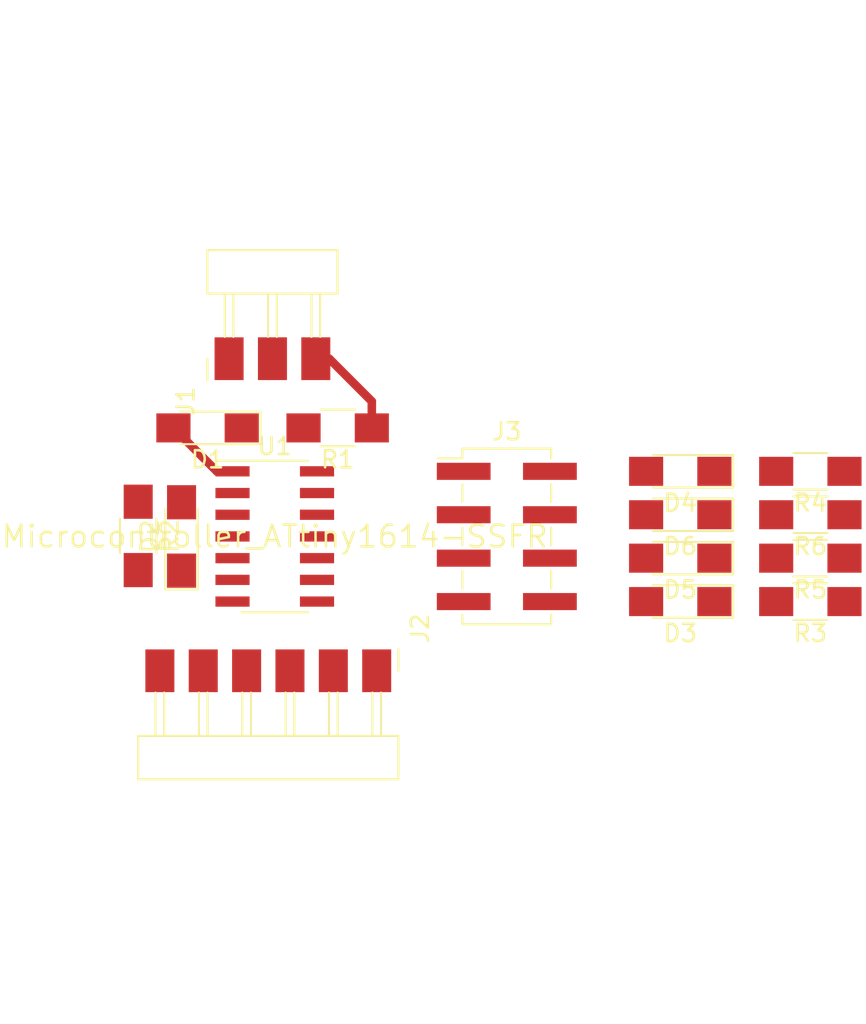
<source format=kicad_pcb>
(kicad_pcb (version 20211014) (generator pcbnew)
  (layers (0 "F.Cu" signal) (31 "B.Cu" signal) (34 "B.Paste" user) (35 "F.Paste" user) (36 "B.SilkS" user "B.Silkscreen") (37 "F.SilkS" user "F.Silkscreen") (38 "B.Mask" user) (39 "F.Mask" user) (44 "Edge.Cuts" user))
  (net 0 "")
  (net 1 "Net-(J1-Pad2)")
  (net 2 "Net-(D1-Pad1)")
  (net 3 "Net-(U1-Pad3)")
  (net 4 "Net-(D2-Pad1)")
  (net 5 "Net-(D3-Pad2)")
  (net 6 "Net-(J3-Pad2)")
  (net 7 "Net-(R4-Pad2)")
  (net 8 "Net-(R5-Pad2)")
  (net 9 "Net-(J3-Pad4)")
  (net 10 "Net-(R6-Pad2)")
  (net 11 "Net-(J1-Pad1)")
  (net 12 "Net-(J1-Pad3)")
  (net 13 "Net-(J2-Pad1)")
  (net 14 "Net-(J2-Pad3)")
  (net 19 "Net-(D3-Pad1)")
  (net 20 "Net-(D5-Pad2)")
  (net 21 "Net-(J3-Pad1)")
  (net 22 "Net-(J3-Pad3)")
  (net 23 "Net-(J3-Pad5)")
  (net 24 "Net-(J3-Pad7)")
  (footprint "fab:R_1206" (layer "F.Cu") (at 165.1 113.03 180)
    (fp_text reference "R3" (at 0 -1.85) (layer "F.SilkS"))
    (fp_text value "R")
    (fp_line (start -1 -1.07) (end 1 -1.07) (layer "F.SilkS") (width 0.12))
    (fp_line (start 1 1.07) (end -1 1.07) (layer "F.SilkS") (width 0.12))
    (pad "1" smd rect locked (at -2 0 180) (size 2 1.7) (layers "F.Cu" "F.Paste" "F.Mask") (net 12 "Net-(J1-Pad3)"))
    (pad "2" smd rect locked (at 2 0 180) (size 2 1.7) (layers "F.Cu" "F.Paste" "F.Mask") (net 19 "Net-(D3-Pad1)"))
  )
  (footprint "fab:PinHeader_1x06_P2.54mm_Horizontal_SMD" (layer "F.Cu") (at 139.7 117.08 -90)
    (fp_text reference "J2" (at -1.524 -2.54 90) (layer "F.SilkS") (effects (justify left)))
    (fp_text value "Conn_PinHeader_1x06_P2.54mm_Horizontal_SMD")
    (fp_line (start 3.81 2.286) (end 1.27 2.286) (layer "F.SilkS") (width 0.12))
    (fp_line (start -1.27 -1.27) (end 0 -1.27) (layer "F.SilkS") (width 0.12))
    (fp_line (start 3.81 7.366) (end 1.27 7.366) (layer "F.SilkS") (width 0.12))
    (fp_line (start 3.81 10.414) (end 1.27 10.414) (layer "F.SilkS") (width 0.12))
    (fp_line (start 3.81 9.906) (end 1.27 9.906) (layer "F.SilkS") (width 0.12))
    (fp_line (start 3.81 2.794) (end 1.27 2.794) (layer "F.SilkS") (width 0.12))
    (fp_line (start 3.81 5.334) (end 1.27 5.334) (layer "F.SilkS") (width 0.12))
    (fp_line (start 3.81 12.446) (end 1.27 12.446) (layer "F.SilkS") (width 0.12))
    (fp_line (start 3.81 4.826) (end 1.27 4.826) (layer "F.SilkS") (width 0.12))
    (fp_line (start 6.35 -1.27) (end 6.35 13.97) (layer "F.SilkS") (width 0.12))
    (fp_line (start 3.81 13.97) (end 3.81 -1.27) (layer "F.SilkS") (width 0.12))
    (fp_line (start 3.81 0.254) (end 1.27 0.254) (layer "F.SilkS") (width 0.12))
    (fp_line (start 3.81 -0.254) (end 1.27 -0.254) (layer "F.SilkS") (width 0.12))
    (fp_line (start 6.35 13.97) (end 3.81 13.97) (layer "F.SilkS") (width 0.12))
    (fp_line (start 3.81 -1.27) (end 6.35 -1.27) (layer "F.SilkS") (width 0.12))
    (fp_line (start 3.81 7.874) (end 1.27 7.874) (layer "F.SilkS") (width 0.12))
    (fp_line (start 3.81 12.954) (end 1.27 12.954) (layer "F.SilkS") (width 0.12))
    (pad "1" smd rect locked (at 0 0 270) (size 2.5 1.7) (layers "F.Cu" "F.Paste" "F.Mask") (net 13 "Net-(J2-Pad1)"))
    (pad "2" smd rect locked (at 0 2.54 270) (size 2.5 1.7) (layers "F.Cu" "F.Paste" "F.Mask") (net 13 "Net-(J2-Pad1)"))
    (pad "3" smd rect locked (at 0 5.08 270) (size 2.5 1.7) (layers "F.Cu" "F.Paste" "F.Mask") (net 14 "Net-(J2-Pad3)"))
    (pad "4" smd rect locked (at 0 7.62 270) (size 2.5 1.7) (layers "F.Cu" "F.Paste" "F.Mask") (net 14 "Net-(J2-Pad3)"))
    (pad "5" smd rect locked (at 0 10.16 270) (size 2.5 1.7) (layers "F.Cu" "F.Paste" "F.Mask") (net 12 "Net-(J1-Pad3)"))
    (pad "6" smd rect locked (at 0 12.7 270) (size 2.5 1.7) (layers "F.Cu" "F.Paste" "F.Mask") (net 12 "Net-(J1-Pad3)"))
  )
  (footprint "fab:LED_1206" (layer "F.Cu") (at 157.48 107.95 180)
    (fp_text reference "D6" (at 0 -1.85) (layer "F.SilkS"))
    (fp_text value "LED")
    (fp_line (start -3.1 0.95) (end 1.6 0.95) (layer "F.SilkS") (width 0.12))
    (fp_line (start -3.1 -0.95) (end -3.1 0.95) (layer "F.SilkS") (width 0.12))
    (fp_line (start -3.1 -0.95) (end 1.6 -0.95) (layer "F.SilkS") (width 0.12))
    (pad "1" smd rect locked (at -2 0 180) (size 2 1.7) (layers "F.Cu" "F.Paste" "F.Mask") (net 10 "Net-(R6-Pad2)"))
    (pad "2" smd rect locked (at 2 0 180) (size 2 1.7) (layers "F.Cu" "F.Paste" "F.Mask") (net 9 "Net-(J3-Pad4)"))
  )
  (footprint "fab:LED_1206" (layer "F.Cu") (at 157.48 113.03 180)
    (fp_text reference "D3" (at 0 -1.85) (layer "F.SilkS"))
    (fp_text value "LED")
    (fp_line (start -3.1 0.95) (end 1.6 0.95) (layer "F.SilkS") (width 0.12))
    (fp_line (start -3.1 -0.95) (end 1.6 -0.95) (layer "F.SilkS") (width 0.12))
    (fp_line (start -3.1 -0.95) (end -3.1 0.95) (layer "F.SilkS") (width 0.12))
    (pad "1" smd rect locked (at -2 0 180) (size 2 1.7) (layers "F.Cu" "F.Paste" "F.Mask") (net 19 "Net-(D3-Pad1)"))
    (pad "2" smd rect locked (at 2 0 180) (size 2 1.7) (layers "F.Cu" "F.Paste" "F.Mask") (net 5 "Net-(D3-Pad2)"))
  )
  (footprint "fab:SOIC-14_3.9x8.7mm_P1.27mm" (layer "F.Cu") (at 133.73 109.22)
    (fp_text reference "U1" (at 0 -5.28) (layer "F.SilkS"))
    (fp_text value "Microcontroller_ATtiny1614-SSFR" (at 0 0) (layer "F.SilkS") (effects (font (size 1.27 1.27))))
    (fp_line (start 0 -4.435) (end 1.95 -4.435) (layer "F.SilkS") (width 0.12))
    (fp_line (start 0 4.435) (end -1.95 4.435) (layer "F.SilkS") (width 0.12))
    (fp_line (start 0 4.435) (end 1.95 4.435) (layer "F.SilkS") (width 0.12))
    (fp_line (start 0 -4.435) (end -3.45 -4.435) (layer "F.SilkS") (width 0.12))
    (pad "1" smd rect (at -2.475 -3.81) (size 2 0.6) (layers "F.Cu" "F.Paste" "F.Mask") (net 1 "Net-(J1-Pad2)"))
    (pad "2" smd rect (at -2.475 -2.54) (size 2 0.6) (layers "F.Cu" "F.Paste" "F.Mask") (net 24 "Net-(J3-Pad7)"))
    (pad "3" smd rect (at -2.475 -1.27) (size 2 0.6) (layers "F.Cu" "F.Paste" "F.Mask") (net 3 "Net-(U1-Pad3)"))
    (pad "4" smd rect (at -2.475 0) (size 2 0.6) (layers "F.Cu" "F.Paste" "F.Mask"))
    (pad "5" smd rect (at -2.475 1.27) (size 2 0.6) (layers "F.Cu" "F.Paste" "F.Mask"))
    (pad "6" smd rect (at -2.475 2.54) (size 2 0.6) (layers "F.Cu" "F.Paste" "F.Mask"))
    (pad "7" smd rect (at -2.475 3.81) (size 2 0.6) (layers "F.Cu" "F.Paste" "F.Mask"))
    (pad "8" smd rect (at 2.475 3.81) (size 2 0.6) (layers "F.Cu" "F.Paste" "F.Mask") (net 14 "Net-(J2-Pad3)"))
    (pad "9" smd rect (at 2.475 2.54) (size 2 0.6) (layers "F.Cu" "F.Paste" "F.Mask") (net 13 "Net-(J2-Pad1)"))
    (pad "10" smd rect (at 2.475 1.27) (size 2 0.6) (layers "F.Cu" "F.Paste" "F.Mask") (net 11 "Net-(J1-Pad1)"))
    (pad "11" smd rect (at 2.475 0) (size 2 0.6) (layers "F.Cu" "F.Paste" "F.Mask") (net 23 "Net-(J3-Pad5)"))
    (pad "12" smd rect (at 2.475 -1.27) (size 2 0.6) (layers "F.Cu" "F.Paste" "F.Mask") (net 22 "Net-(J3-Pad3)"))
    (pad "13" smd rect (at 2.475 -2.54) (size 2 0.6) (layers "F.Cu" "F.Paste" "F.Mask") (net 21 "Net-(J3-Pad1)"))
    (pad "14" smd rect (at 2.475 -3.81) (size 2 0.6) (layers "F.Cu" "F.Paste" "F.Mask") (net 12 "Net-(J1-Pad3)"))
  )
  (footprint "fab:LED_1206" (layer "F.Cu") (at 128.27 109.22 90)
    (fp_text reference "D2" (at 0 -1.85 90) (layer "F.SilkS"))
    (fp_text value "LED")
    (fp_line (start -3.1 0.95) (end 1.6 0.95) (layer "F.SilkS") (width 0.12))
    (fp_line (start -3.1 -0.95) (end 1.6 -0.95) (layer "F.SilkS") (width 0.12))
    (fp_line (start -3.1 -0.95) (end -3.1 0.95) (layer "F.SilkS") (width 0.12))
    (pad "1" smd rect locked (at -2 0 90) (size 2 1.7) (layers "F.Cu" "F.Paste" "F.Mask") (net 4 "Net-(D2-Pad1)"))
    (pad "2" smd rect locked (at 2 0 90) (size 2 1.7) (layers "F.Cu" "F.Paste" "F.Mask") (net 3 "Net-(U1-Pad3)"))
  )
  (footprint "fab:LED_1206" (layer "F.Cu") (at 157.48 110.49 180)
    (fp_text reference "D5" (at 0 -1.85) (layer "F.SilkS"))
    (fp_text value "LED")
    (fp_line (start -3.1 0.95) (end 1.6 0.95) (layer "F.SilkS") (width 0.12))
    (fp_line (start -3.1 -0.95) (end -3.1 0.95) (layer "F.SilkS") (width 0.12))
    (fp_line (start -3.1 -0.95) (end 1.6 -0.95) (layer "F.SilkS") (width 0.12))
    (pad "1" smd rect locked (at -2 0 180) (size 2 1.7) (layers "F.Cu" "F.Paste" "F.Mask") (net 8 "Net-(R5-Pad2)"))
    (pad "2" smd rect locked (at 2 0 180) (size 2 1.7) (layers "F.Cu" "F.Paste" "F.Mask") (net 20 "Net-(D5-Pad2)"))
  )
  (footprint "fab:LED_1206" (layer "F.Cu") (at 129.794 102.87 180)
    (fp_text reference "D1" (at 0 -1.85) (layer "F.SilkS"))
    (fp_text value "LED")
    (fp_line (start -3.1 -0.95) (end 1.6 -0.95) (layer "F.SilkS") (width 0.12))
    (fp_line (start -3.1 -0.95) (end -3.1 0.95) (layer "F.SilkS") (width 0.12))
    (fp_line (start -3.1 0.95) (end 1.6 0.95) (layer "F.SilkS") (width 0.12))
    (pad "1" smd rect locked (at -2 0 180) (size 2 1.7) (layers "F.Cu" "F.Paste" "F.Mask") (net 2 "Net-(D1-Pad1)"))
    (pad "2" smd rect locked (at 2 0 180) (size 2 1.7) (layers "F.Cu" "F.Paste" "F.Mask") (net 1 "Net-(J1-Pad2)"))
  )
  (footprint "fab:LED_1206" (layer "F.Cu") (at 157.48 105.41 180)
    (fp_text reference "D4" (at 0 -1.85) (layer "F.SilkS"))
    (fp_text value "LED")
    (fp_line (start -3.1 -0.95) (end -3.1 0.95) (layer "F.SilkS") (width 0.12))
    (fp_line (start -3.1 -0.95) (end 1.6 -0.95) (layer "F.SilkS") (width 0.12))
    (fp_line (start -3.1 0.95) (end 1.6 0.95) (layer "F.SilkS") (width 0.12))
    (pad "1" smd rect locked (at -2 0 180) (size 2 1.7) (layers "F.Cu" "F.Paste" "F.Mask") (net 7 "Net-(R4-Pad2)"))
    (pad "2" smd rect locked (at 2 0 180) (size 2 1.7) (layers "F.Cu" "F.Paste" "F.Mask") (net 6 "Net-(J3-Pad2)"))
  )
  (footprint "fab:R_1206" (layer "F.Cu") (at 165.1 105.41 180)
    (fp_text reference "R4" (at 0 -1.85) (layer "F.SilkS"))
    (fp_text value "R")
    (fp_line (start 1 1.07) (end -1 1.07) (layer "F.SilkS") (width 0.12))
    (fp_line (start -1 -1.07) (end 1 -1.07) (layer "F.SilkS") (width 0.12))
    (pad "1" smd rect locked (at -2 0 180) (size 2 1.7) (layers "F.Cu" "F.Paste" "F.Mask") (net 12 "Net-(J1-Pad3)"))
    (pad "2" smd rect locked (at 2 0 180) (size 2 1.7) (layers "F.Cu" "F.Paste" "F.Mask") (net 7 "Net-(R4-Pad2)"))
  )
  (footprint "fab:PinHeader_1x03_P2.54mm_Horizontal_SMD" (layer "F.Cu") (at 131.054 98.82 90)
    (fp_text reference "J1" (at -1.524 -2.54 90) (layer "F.SilkS") (effects (justify right)))
    (fp_text value "Conn_PinHeader_1x03_P2.54mm_Horizontal_SMD")
    (fp_line (start 3.81 -0.254) (end 1.27 -0.254) (layer "F.SilkS") (width 0.12))
    (fp_line (start 3.81 2.286) (end 1.27 2.286) (layer "F.SilkS") (width 0.12))
    (fp_line (start -1.27 -1.27) (end 0 -1.27) (layer "F.SilkS") (width 0.12))
    (fp_line (start 3.81 4.826) (end 1.27 4.826) (layer "F.SilkS") (width 0.12))
    (fp_line (start 3.81 0.254) (end 1.27 0.254) (layer "F.SilkS") (width 0.12))
    (fp_line (start 3.81 -1.27) (end 6.35 -1.27) (layer "F.SilkS") (width 0.12))
    (fp_line (start 3.81 5.334) (end 1.27 5.334) (layer "F.SilkS") (width 0.12))
    (fp_line (start 3.81 2.794) (end 1.27 2.794) (layer "F.SilkS") (width 0.12))
    (fp_line (start 6.35 -1.27) (end 6.35 6.35) (layer "F.SilkS") (width 0.12))
    (fp_line (start 6.35 6.35) (end 3.81 6.35) (layer "F.SilkS") (width 0.12))
    (fp_line (start 3.81 6.35) (end 3.81 -1.27) (layer "F.SilkS") (width 0.12))
    (pad "1" smd rect locked (at 0 0 90) (size 2.5 1.7) (layers "F.Cu" "F.Paste" "F.Mask") (net 11 "Net-(J1-Pad1)"))
    (pad "2" smd rect locked (at 0 2.54 90) (size 2.5 1.7) (layers "F.Cu" "F.Paste" "F.Mask") (net 1 "Net-(J1-Pad2)"))
    (pad "3" smd rect locked (at 0 5.08 90) (size 2.5 1.7) (layers "F.Cu" "F.Paste" "F.Mask") (net 12 "Net-(J1-Pad3)"))
  )
  (footprint "fab:PinHeader_2x04_P2.54mm_Vertical_SMD" (layer "F.Cu") (at 147.32 109.22)
    (fp_text reference "J3" (at 0 -6.14) (layer "F.SilkS"))
    (fp_text value "Conn_PinHeader_1x08_P2.54mm_Vertical_THT_D1.4mm")
    (fp_line (start -2.6 -5.14) (end 2.6 -5.14) (layer "F.SilkS") (width 0.12))
    (fp_line (start -2.6 -3.05) (end -2.6 -2.03) (layer "F.SilkS") (width 0.12))
    (fp_line (start -2.6 5.14) (end 2.6 5.14) (layer "F.SilkS") (width 0.12))
    (fp_line (start -2.6 2.03) (end -2.6 3.05) (layer "F.SilkS") (width 0.12))
    (fp_line (start 2.6 2.03) (end 2.6 3.05) (layer "F.SilkS") (width 0.12))
    (fp_line (start 2.6 -0.51) (end 2.6 0.51) (layer "F.SilkS") (width 0.12))
    (fp_line (start 2.6 -5.14) (end 2.6 -4.57) (layer "F.SilkS") (width 0.12))
    (fp_line (start 2.6 -3.05) (end 2.6 -2.03) (layer "F.SilkS") (width 0.12))
    (fp_line (start -2.6 4.57) (end -2.6 5.14) (layer "F.SilkS") (width 0.12))
    (fp_line (start 2.6 4.57) (end 2.6 5.14) (layer "F.SilkS") (width 0.12))
    (fp_line (start -4.04 -4.57) (end -2.6 -4.57) (layer "F.SilkS") (width 0.12))
    (fp_line (start -2.6 -0.51) (end -2.6 0.51) (layer "F.SilkS") (width 0.12))
    (fp_line (start -2.6 -5.14) (end -2.6 -4.57) (layer "F.SilkS") (width 0.12))
    (pad "1" smd rect locked (at -2.525 -3.81) (size 3.15 1) (layers "F.Cu" "F.Paste" "F.Mask") (net 21 "Net-(J3-Pad1)"))
    (pad "2" smd rect locked (at 2.525 -3.81) (size 3.15 1) (layers "F.Cu" "F.Paste" "F.Mask") (net 6 "Net-(J3-Pad2)"))
    (pad "3" smd rect locked (at -2.525 -1.27) (size 3.15 1) (layers "F.Cu" "F.Paste" "F.Mask") (net 22 "Net-(J3-Pad3)"))
    (pad "4" smd rect locked (at 2.525 -1.27) (size 3.15 1) (layers "F.Cu" "F.Paste" "F.Mask") (net 9 "Net-(J3-Pad4)"))
    (pad "5" smd rect locked (at -2.525 1.27) (size 3.15 1) (layers "F.Cu" "F.Paste" "F.Mask") (net 23 "Net-(J3-Pad5)"))
    (pad "6" smd rect locked (at 2.525 1.27) (size 3.15 1) (layers "F.Cu" "F.Paste" "F.Mask") (net 20 "Net-(D5-Pad2)"))
    (pad "7" smd rect locked (at -2.525 3.81) (size 3.15 1) (layers "F.Cu" "F.Paste" "F.Mask") (net 24 "Net-(J3-Pad7)"))
    (pad "8" smd rect locked (at 2.525 3.81) (size 3.15 1) (layers "F.Cu" "F.Paste" "F.Mask") (net 5 "Net-(D3-Pad2)"))
  )
  (footprint "fab:R_1206" (layer "F.Cu") (at 137.414 102.87 180)
    (fp_text reference "R1" (at 0 -1.85) (layer "F.SilkS"))
    (fp_text value "R")
    (fp_line (start -1 -1.07) (end 1 -1.07) (layer "F.SilkS") (width 0.12))
    (fp_line (start 1 1.07) (end -1 1.07) (layer "F.SilkS") (width 0.12))
    (pad "1" smd rect locked (at -2 0 180) (size 2 1.7) (layers "F.Cu" "F.Paste" "F.Mask") (net 12 "Net-(J1-Pad3)"))
    (pad "2" smd rect locked (at 2 0 180) (size 2 1.7) (layers "F.Cu" "F.Paste" "F.Mask") (net 2 "Net-(D1-Pad1)"))
  )
  (footprint "fab:R_1206" (layer "F.Cu") (at 125.73 109.188 -90)
    (fp_text reference "R2" (at 0 -1.85 90) (layer "F.SilkS"))
    (fp_text value "R")
    (fp_line (start 1 1.07) (end -1 1.07) (layer "F.SilkS") (width 0.12))
    (fp_line (start -1 -1.07) (end 1 -1.07) (layer "F.SilkS") (width 0.12))
    (pad "1" smd rect locked (at -2 0 270) (size 2 1.7) (layers "F.Cu" "F.Paste" "F.Mask") (net 12 "Net-(J1-Pad3)"))
    (pad "2" smd rect locked (at 2 0 270) (size 2 1.7) (layers "F.Cu" "F.Paste" "F.Mask") (net 4 "Net-(D2-Pad1)"))
  )
  (footprint "fab:R_1206" (layer "F.Cu") (at 165.1 107.95 180)
    (fp_text reference "R6" (at 0 -1.85) (layer "F.SilkS"))
    (fp_text value "R")
    (fp_line (start 1 1.07) (end -1 1.07) (layer "F.SilkS") (width 0.12))
    (fp_line (start -1 -1.07) (end 1 -1.07) (layer "F.SilkS") (width 0.12))
    (pad "1" smd rect locked (at -2 0 180) (size 2 1.7) (layers "F.Cu" "F.Paste" "F.Mask") (net 12 "Net-(J1-Pad3)"))
    (pad "2" smd rect locked (at 2 0 180) (size 2 1.7) (layers "F.Cu" "F.Paste" "F.Mask") (net 10 "Net-(R6-Pad2)"))
  )
  (footprint "fab:R_1206" (layer "F.Cu") (at 165.1 110.49 180)
    (fp_text reference "R5" (at 0 -1.85) (layer "F.SilkS"))
    (fp_text value "R")
    (fp_line (start 1 1.07) (end -1 1.07) (layer "F.SilkS") (width 0.12))
    (fp_line (start -1 -1.07) (end 1 -1.07) (layer "F.SilkS") (width 0.12))
    (pad "1" smd rect locked (at -2 0 180) (size 2 1.7) (layers "F.Cu" "F.Paste" "F.Mask") (net 12 "Net-(J1-Pad3)"))
    (pad "2" smd rect locked (at 2 0 180) (size 2 1.7) (layers "F.Cu" "F.Paste" "F.Mask") (net 8 "Net-(R5-Pad2)"))
  )
  (segment (start 130.334 105.41) (end 127.794 102.87) (width 0.5) (layer "F.Cu") (net 1))
  (segment (start 131.255 105.41) (end 130.334 105.41) (width 0.5) (layer "F.Cu") (net 1))
  (segment (start 136.134 98.82) (end 136.92 98.82) (width 0.5) (layer "F.Cu") (net 12))
  (segment (start 139.414 101.314) (end 139.414 102.87) (width 0.5) (layer "F.Cu") (net 12))
  (segment (start 136.92 98.82) (end 139.414 101.314) (width 0.5) (layer "F.Cu") (net 12))
)
</source>
